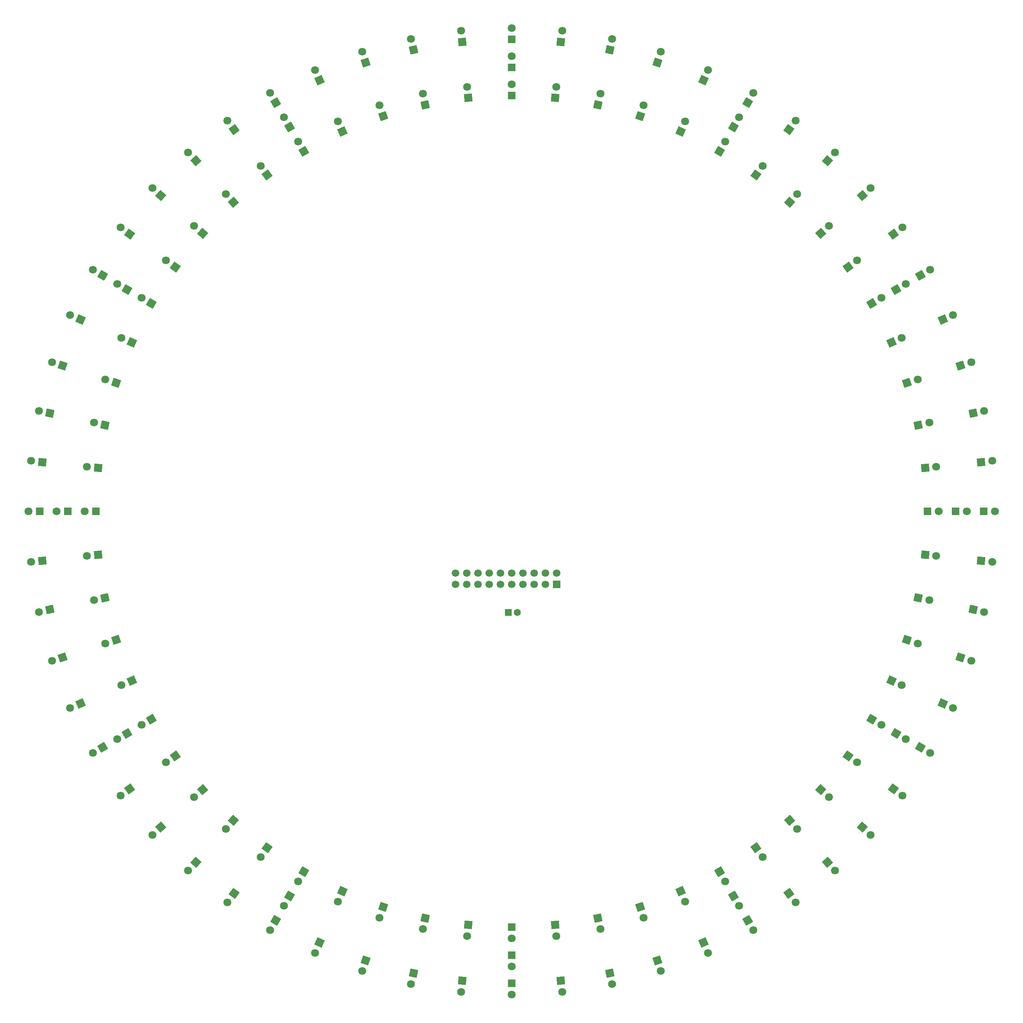
<source format=gbr>
%TF.GenerationSoftware,KiCad,Pcbnew,9.0.7-9.0.7~ubuntu24.04.1*%
%TF.CreationDate,2026-01-21T08:03:13-05:00*%
%TF.ProjectId,LED_clock,4c45445f-636c-46f6-936b-2e6b69636164,rev?*%
%TF.SameCoordinates,Original*%
%TF.FileFunction,Copper,L2,Inr*%
%TF.FilePolarity,Positive*%
%FSLAX46Y46*%
G04 Gerber Fmt 4.6, Leading zero omitted, Abs format (unit mm)*
G04 Created by KiCad (PCBNEW 9.0.7-9.0.7~ubuntu24.04.1) date 2026-01-21 08:03:13*
%MOMM*%
%LPD*%
G01*
G04 APERTURE LIST*
G04 Aperture macros list*
%AMRoundRect*
0 Rectangle with rounded corners*
0 $1 Rounding radius*
0 $2 $3 $4 $5 $6 $7 $8 $9 X,Y pos of 4 corners*
0 Add a 4 corners polygon primitive as box body*
4,1,4,$2,$3,$4,$5,$6,$7,$8,$9,$2,$3,0*
0 Add four circle primitives for the rounded corners*
1,1,$1+$1,$2,$3*
1,1,$1+$1,$4,$5*
1,1,$1+$1,$6,$7*
1,1,$1+$1,$8,$9*
0 Add four rect primitives between the rounded corners*
20,1,$1+$1,$2,$3,$4,$5,0*
20,1,$1+$1,$4,$5,$6,$7,0*
20,1,$1+$1,$6,$7,$8,$9,0*
20,1,$1+$1,$8,$9,$2,$3,0*%
%AMRotRect*
0 Rectangle, with rotation*
0 The origin of the aperture is its center*
0 $1 length*
0 $2 width*
0 $3 Rotation angle, in degrees counterclockwise*
0 Add horizontal line*
21,1,$1,$2,0,0,$3*%
G04 Aperture macros list end*
%TA.AperFunction,ComponentPad*%
%ADD10RotRect,1.800000X1.800000X258.000000*%
%TD*%
%TA.AperFunction,ComponentPad*%
%ADD11C,1.800000*%
%TD*%
%TA.AperFunction,ComponentPad*%
%ADD12RotRect,1.800000X1.800000X150.000000*%
%TD*%
%TA.AperFunction,ComponentPad*%
%ADD13RotRect,1.800000X1.800000X294.000000*%
%TD*%
%TA.AperFunction,ComponentPad*%
%ADD14R,1.700000X1.700000*%
%TD*%
%TA.AperFunction,ComponentPad*%
%ADD15C,1.700000*%
%TD*%
%TA.AperFunction,ComponentPad*%
%ADD16RotRect,1.800000X1.800000X324.000000*%
%TD*%
%TA.AperFunction,ComponentPad*%
%ADD17RotRect,1.800000X1.800000X54.000000*%
%TD*%
%TA.AperFunction,ComponentPad*%
%ADD18RotRect,1.800000X1.800000X42.000000*%
%TD*%
%TA.AperFunction,ComponentPad*%
%ADD19RotRect,1.800000X1.800000X78.000000*%
%TD*%
%TA.AperFunction,ComponentPad*%
%ADD20RotRect,1.800000X1.800000X144.000000*%
%TD*%
%TA.AperFunction,ComponentPad*%
%ADD21RotRect,1.800000X1.800000X204.000000*%
%TD*%
%TA.AperFunction,ComponentPad*%
%ADD22RotRect,1.800000X1.800000X30.000000*%
%TD*%
%TA.AperFunction,ComponentPad*%
%ADD23RotRect,1.800000X1.800000X84.000000*%
%TD*%
%TA.AperFunction,ComponentPad*%
%ADD24RotRect,1.800000X1.800000X72.000000*%
%TD*%
%TA.AperFunction,ComponentPad*%
%ADD25RotRect,1.800000X1.800000X318.000000*%
%TD*%
%TA.AperFunction,ComponentPad*%
%ADD26RotRect,1.800000X1.800000X60.000000*%
%TD*%
%TA.AperFunction,ComponentPad*%
%ADD27RotRect,1.800000X1.800000X234.000000*%
%TD*%
%TA.AperFunction,ComponentPad*%
%ADD28RotRect,1.800000X1.800000X108.000000*%
%TD*%
%TA.AperFunction,ComponentPad*%
%ADD29RotRect,1.800000X1.800000X312.000000*%
%TD*%
%TA.AperFunction,ComponentPad*%
%ADD30RotRect,1.800000X1.800000X240.000000*%
%TD*%
%TA.AperFunction,ComponentPad*%
%ADD31R,1.800000X1.800000*%
%TD*%
%TA.AperFunction,ComponentPad*%
%ADD32RotRect,1.800000X1.800000X228.000000*%
%TD*%
%TA.AperFunction,ComponentPad*%
%ADD33RotRect,1.800000X1.800000X252.000000*%
%TD*%
%TA.AperFunction,ComponentPad*%
%ADD34RotRect,1.800000X1.800000X24.000000*%
%TD*%
%TA.AperFunction,ComponentPad*%
%ADD35RotRect,1.800000X1.800000X222.000000*%
%TD*%
%TA.AperFunction,ComponentPad*%
%ADD36RotRect,1.800000X1.800000X132.000000*%
%TD*%
%TA.AperFunction,ComponentPad*%
%ADD37RotRect,1.800000X1.800000X210.000000*%
%TD*%
%TA.AperFunction,ComponentPad*%
%ADD38RotRect,1.800000X1.800000X102.000000*%
%TD*%
%TA.AperFunction,ComponentPad*%
%ADD39RotRect,1.800000X1.800000X138.000000*%
%TD*%
%TA.AperFunction,ComponentPad*%
%ADD40RotRect,1.800000X1.800000X192.000000*%
%TD*%
%TA.AperFunction,ComponentPad*%
%ADD41RotRect,1.800000X1.800000X276.000000*%
%TD*%
%TA.AperFunction,ComponentPad*%
%ADD42RotRect,1.800000X1.800000X48.000000*%
%TD*%
%TA.AperFunction,ComponentPad*%
%ADD43RotRect,1.800000X1.800000X348.000000*%
%TD*%
%TA.AperFunction,ComponentPad*%
%ADD44RotRect,1.800000X1.800000X66.000000*%
%TD*%
%TA.AperFunction,ComponentPad*%
%ADD45RotRect,1.800000X1.800000X288.000000*%
%TD*%
%TA.AperFunction,ComponentPad*%
%ADD46RotRect,1.800000X1.800000X156.000000*%
%TD*%
%TA.AperFunction,ComponentPad*%
%ADD47RotRect,1.800000X1.800000X96.000000*%
%TD*%
%TA.AperFunction,ComponentPad*%
%ADD48RotRect,1.800000X1.800000X246.000000*%
%TD*%
%TA.AperFunction,ComponentPad*%
%ADD49RotRect,1.800000X1.800000X300.000000*%
%TD*%
%TA.AperFunction,ComponentPad*%
%ADD50RotRect,1.800000X1.800000X336.000000*%
%TD*%
%TA.AperFunction,ComponentPad*%
%ADD51RotRect,1.800000X1.800000X330.000000*%
%TD*%
%TA.AperFunction,ComponentPad*%
%ADD52RotRect,1.800000X1.800000X198.000000*%
%TD*%
%TA.AperFunction,ComponentPad*%
%ADD53RotRect,1.800000X1.800000X342.000000*%
%TD*%
%TA.AperFunction,ComponentPad*%
%ADD54RotRect,1.800000X1.800000X264.000000*%
%TD*%
%TA.AperFunction,ComponentPad*%
%ADD55RotRect,1.800000X1.800000X120.000000*%
%TD*%
%TA.AperFunction,ComponentPad*%
%ADD56RotRect,1.800000X1.800000X174.000000*%
%TD*%
%TA.AperFunction,ComponentPad*%
%ADD57RotRect,1.800000X1.800000X36.000000*%
%TD*%
%TA.AperFunction,ComponentPad*%
%ADD58RotRect,1.800000X1.800000X126.000000*%
%TD*%
%TA.AperFunction,ComponentPad*%
%ADD59RotRect,1.800000X1.800000X6.000000*%
%TD*%
%TA.AperFunction,ComponentPad*%
%ADD60RotRect,1.800000X1.800000X168.000000*%
%TD*%
%TA.AperFunction,ComponentPad*%
%ADD61RotRect,1.800000X1.800000X12.000000*%
%TD*%
%TA.AperFunction,ComponentPad*%
%ADD62RotRect,1.800000X1.800000X282.000000*%
%TD*%
%TA.AperFunction,ComponentPad*%
%ADD63RotRect,1.800000X1.800000X354.000000*%
%TD*%
%TA.AperFunction,ComponentPad*%
%ADD64RotRect,1.800000X1.800000X216.000000*%
%TD*%
%TA.AperFunction,ComponentPad*%
%ADD65RotRect,1.800000X1.800000X186.000000*%
%TD*%
%TA.AperFunction,ComponentPad*%
%ADD66RotRect,1.800000X1.800000X114.000000*%
%TD*%
%TA.AperFunction,ComponentPad*%
%ADD67RotRect,1.800000X1.800000X162.000000*%
%TD*%
%TA.AperFunction,ComponentPad*%
%ADD68RotRect,1.800000X1.800000X18.000000*%
%TD*%
%TA.AperFunction,ComponentPad*%
%ADD69RotRect,1.800000X1.800000X306.000000*%
%TD*%
%TA.AperFunction,ComponentPad*%
%ADD70RoundRect,0.250000X-0.550000X-0.550000X0.550000X-0.550000X0.550000X0.550000X-0.550000X0.550000X0*%
%TD*%
%TA.AperFunction,ComponentPad*%
%ADD71C,1.600000*%
%TD*%
G04 APERTURE END LIST*
D10*
%TO.N,/R5_Y3*%
%TO.C,D41*%
X234460459Y-269726312D03*
D11*
%TO.N,/R5_X4*%
X233932363Y-272210807D03*
%TD*%
D12*
%TO.N,/R5_Y1*%
%TO.C,D23*%
X172610933Y-130810000D03*
D11*
%TO.N,/R5_X2*%
X170411228Y-129540000D03*
%TD*%
D13*
%TO.N,/R5_Y4*%
%TO.C,D47*%
X292225110Y-263655002D03*
D11*
%TO.N,/R5_X2*%
X293258221Y-265975407D03*
%TD*%
D14*
%TO.N,VCC*%
%TO.C,J1*%
X264160000Y-194310000D03*
D15*
X264160000Y-191770000D03*
X261620000Y-194310000D03*
%TO.N,GND*%
X261620000Y-191770000D03*
X259080000Y-194310000D03*
%TO.N,Net-(J1-Pin_6)*%
X259080000Y-191770000D03*
%TO.N,Net-(J1-Pin_7)*%
X256540000Y-194310000D03*
%TO.N,Net-(J1-Pin_8)*%
X256540000Y-191770000D03*
%TO.N,Net-(J1-Pin_9)*%
X254000000Y-194310000D03*
%TO.N,GND*%
X254000000Y-191770000D03*
X251460000Y-194310000D03*
%TO.N,Net-(J1-Pin_12)*%
X251460000Y-191770000D03*
%TO.N,Net-(J1-Pin_13)*%
X248920000Y-194310000D03*
%TO.N,Net-(J1-Pin_14)*%
X248920000Y-191770000D03*
%TO.N,Net-(J1-Pin_15)*%
X246380000Y-194310000D03*
%TO.N,Net-(J1-Pin_16)*%
X246380000Y-191770000D03*
%TO.N,/~{WR}*%
X243840000Y-194310000D03*
%TO.N,/A2*%
X243840000Y-191770000D03*
%TO.N,/A1*%
X241300000Y-194310000D03*
%TO.N,/A0*%
X241300000Y-191770000D03*
%TD*%
D16*
%TO.N,/R5_Y4*%
%TO.C,D52*%
X330031417Y-233040058D03*
D11*
%TO.N,/R5_X7*%
X332086320Y-234533033D03*
%TD*%
D17*
%TO.N,/R5_Y6*%
%TO.C,D67*%
X309240058Y-101768583D03*
D11*
%TO.N,/R5_X6*%
X310733033Y-99713680D03*
%TD*%
D18*
%TO.N,/R7_Y6*%
%TO.C,D365*%
X333278690Y-106417147D03*
D11*
%TO.N,/R7_X4*%
X335166278Y-104717555D03*
%TD*%
D19*
%TO.N,/R5_Y7*%
%TO.C,D71*%
X273539541Y-85873688D03*
D11*
%TO.N,/R5_X2*%
X274067637Y-83389193D03*
%TD*%
D20*
%TO.N,/R7_Y1*%
%TO.C,D322*%
X167694067Y-115095069D03*
D11*
%TO.N,/R7_X1*%
X165639164Y-113602094D03*
%TD*%
D21*
%TO.N,/R7_Y2*%
%TO.C,D332*%
X156542971Y-221190665D03*
D11*
%TO.N,/R7_X3*%
X154222566Y-222223776D03*
%TD*%
D22*
%TO.N,/R5_Y6*%
%TO.C,D63*%
X335389067Y-130810000D03*
D11*
%TO.N,/R5_X2*%
X337588772Y-129540000D03*
%TD*%
D23*
%TO.N,/R5_Y7*%
%TO.C,D72*%
X263823585Y-84334832D03*
D11*
%TO.N,/R5_X3*%
X264089087Y-81808746D03*
%TD*%
D24*
%TO.N,/R5_Y7*%
%TO.C,D70*%
X283041417Y-88419709D03*
D11*
%TO.N,/R5_X1*%
X283826320Y-86004025D03*
%TD*%
D25*
%TO.N,/R5_Y4*%
%TO.C,D51*%
X323840751Y-240684894D03*
D11*
%TO.N,/R5_X6*%
X325728339Y-242384486D03*
%TD*%
D26*
%TO.N,/R5_Y6*%
%TO.C,D68*%
X300990000Y-96410933D03*
D11*
%TO.N,/R5_X7*%
X302260000Y-94211228D03*
%TD*%
D27*
%TO.N,/R7_Y3*%
%TO.C,D337*%
X191295069Y-264105933D03*
D11*
%TO.N,/R7_X0*%
X189802094Y-266160836D03*
%TD*%
D28*
%TO.N,/R5_Y0*%
%TO.C,D16*%
X224958583Y-88419709D03*
D11*
%TO.N,/R5_X3*%
X224173680Y-86004025D03*
%TD*%
D29*
%TO.N,/R7_Y4*%
%TO.C,D350*%
X325382853Y-257078690D03*
D11*
%TO.N,/R7_X5*%
X327082445Y-258966278D03*
%TD*%
D30*
%TO.N,/R5_Y3*%
%TO.C,D38*%
X207010000Y-259189067D03*
D11*
%TO.N,/R5_X1*%
X205740000Y-261388772D03*
%TD*%
D31*
%TO.N,/R5_X6*%
%TO.C,D7*%
X254000000Y-278125000D03*
D11*
%TO.N,/R5_Y6*%
X254000000Y-280665000D03*
%TD*%
D31*
%TO.N,/R7_Y5*%
%TO.C,D358*%
X360680000Y-177800000D03*
D11*
%TO.N,/R7_X5*%
X363220000Y-177800000D03*
%TD*%
D32*
%TO.N,/R5_Y2*%
%TO.C,D36*%
X191115106Y-247640751D03*
D11*
%TO.N,/R5_X7*%
X189415514Y-249528339D03*
%TD*%
D33*
%TO.N,/R5_Y3*%
%TO.C,D40*%
X224958583Y-267180291D03*
D11*
%TO.N,/R5_X3*%
X224173680Y-269595975D03*
%TD*%
D26*
%TO.N,/R7_Y6*%
%TO.C,D368*%
X307340000Y-85412410D03*
D11*
%TO.N,/R7_X7*%
X308610000Y-83212705D03*
%TD*%
D34*
%TO.N,/R5_Y6*%
%TO.C,D62*%
X339855002Y-139574890D03*
D11*
%TO.N,/R5_X1*%
X342175407Y-138541779D03*
%TD*%
D24*
%TO.N,/R7_Y7*%
%TO.C,D370*%
X286965933Y-76341291D03*
D11*
%TO.N,/R7_X1*%
X287750836Y-73925607D03*
%TD*%
D35*
%TO.N,/R7_Y2*%
%TO.C,D335*%
X174721310Y-249182853D03*
D11*
%TO.N,/R7_X6*%
X172833722Y-250882445D03*
%TD*%
D36*
%TO.N,/R5_Y0*%
%TO.C,D20*%
X191115106Y-107959249D03*
D11*
%TO.N,/R5_X7*%
X189415514Y-106071661D03*
%TD*%
D37*
%TO.N,/R5_X4*%
%TO.C,D5*%
X167116001Y-227962500D03*
D11*
%TO.N,/R5_Y6*%
X164916296Y-229232500D03*
%TD*%
D12*
%TO.N,/R7_Y1*%
%TO.C,D323*%
X161612410Y-124460000D03*
D11*
%TO.N,/R7_X2*%
X159412705Y-123190000D03*
%TD*%
D38*
%TO.N,/R5_Y0*%
%TO.C,D15*%
X234460459Y-85873688D03*
D11*
%TO.N,/R5_X2*%
X233932363Y-83389193D03*
%TD*%
D34*
%TO.N,/R7_Y6*%
%TO.C,D362*%
X351457029Y-134409335D03*
D11*
%TO.N,/R7_X1*%
X353777434Y-133376224D03*
%TD*%
D39*
%TO.N,/R5_Y1*%
%TO.C,D21*%
X184159249Y-114915106D03*
D11*
%TO.N,/R5_X0*%
X182271661Y-113215514D03*
%TD*%
D40*
%TO.N,/R5_Y2*%
%TO.C,D30*%
X162073688Y-197339541D03*
D11*
%TO.N,/R5_X1*%
X159589193Y-197867637D03*
%TD*%
D41*
%TO.N,/R5_Y3*%
%TO.C,D44*%
X263823585Y-271265168D03*
D11*
%TO.N,/R5_X7*%
X264089087Y-273791254D03*
%TD*%
D42*
%TO.N,/R7_Y6*%
%TO.C,D366*%
X325382853Y-98521310D03*
D11*
%TO.N,/R7_X5*%
X327082445Y-96633722D03*
%TD*%
D43*
%TO.N,/R5_Y5*%
%TO.C,D56*%
X345926312Y-197339541D03*
D11*
%TO.N,/R5_X3*%
X348410807Y-197867637D03*
%TD*%
D44*
%TO.N,/R5_Y7*%
%TO.C,D69*%
X292225110Y-91944998D03*
D11*
%TO.N,/R5_X0*%
X293258221Y-89624593D03*
%TD*%
D45*
%TO.N,/R5_Y4*%
%TO.C,D46*%
X283041417Y-267180291D03*
D11*
%TO.N,/R5_X1*%
X283826320Y-269595975D03*
%TD*%
D46*
%TO.N,/R7_Y1*%
%TO.C,D324*%
X156542971Y-134409335D03*
D11*
%TO.N,/R7_X3*%
X154222566Y-133376224D03*
%TD*%
D47*
%TO.N,/R7_Y0*%
%TO.C,D314*%
X242848904Y-71704404D03*
D11*
%TO.N,/R7_X1*%
X242583402Y-69178318D03*
%TD*%
D32*
%TO.N,/R7_Y2*%
%TO.C,D336*%
X182617147Y-257078690D03*
D11*
%TO.N,/R7_X7*%
X180917555Y-258966278D03*
%TD*%
D48*
%TO.N,/R5_Y3*%
%TO.C,D39*%
X215774890Y-263655002D03*
D11*
%TO.N,/R5_X2*%
X214741779Y-265975407D03*
%TD*%
D49*
%TO.N,/R5_Y4*%
%TO.C,D48*%
X300990000Y-259189067D03*
D11*
%TO.N,/R5_X3*%
X302260000Y-261388772D03*
%TD*%
D50*
%TO.N,/R5_Y5*%
%TO.C,D54*%
X339855002Y-216025110D03*
D11*
%TO.N,/R5_X1*%
X342175407Y-217058221D03*
%TD*%
D33*
%TO.N,/R7_Y3*%
%TO.C,D340*%
X221034067Y-279258709D03*
D11*
%TO.N,/R7_X3*%
X220249164Y-281674393D03*
%TD*%
D51*
%TO.N,/R4_X4*%
%TO.C,D9*%
X340883999Y-227962500D03*
D11*
%TO.N,/R4_Y6*%
X343083704Y-229232500D03*
%TD*%
D31*
%TO.N,/R5_Y5*%
%TO.C,D58*%
X347980000Y-177800000D03*
D11*
%TO.N,/R5_X5*%
X350520000Y-177800000D03*
%TD*%
D28*
%TO.N,/R7_Y0*%
%TO.C,D316*%
X221034067Y-76341291D03*
D11*
%TO.N,/R7_X3*%
X220249164Y-73925607D03*
%TD*%
D31*
%TO.N,/R7_Y1*%
%TO.C,D328*%
X147320000Y-177800000D03*
D11*
%TO.N,/R7_X7*%
X144780000Y-177800000D03*
%TD*%
D48*
%TO.N,/R7_Y3*%
%TO.C,D339*%
X210609335Y-275257029D03*
D11*
%TO.N,/R7_X2*%
X209576224Y-277577434D03*
%TD*%
D52*
%TO.N,/R5_Y2*%
%TO.C,D31*%
X164619709Y-206841417D03*
D11*
%TO.N,/R5_X2*%
X162204025Y-207626320D03*
%TD*%
D30*
%TO.N,/R7_Y3*%
%TO.C,D338*%
X200660000Y-270187590D03*
D11*
%TO.N,/R7_X1*%
X199390000Y-272387295D03*
%TD*%
D53*
%TO.N,/R5_Y5*%
%TO.C,D55*%
X343380291Y-206841417D03*
D11*
%TO.N,/R5_X2*%
X345795975Y-207626320D03*
%TD*%
D54*
%TO.N,/R5_Y3*%
%TO.C,D42*%
X244176415Y-271265168D03*
D11*
%TO.N,/R5_X5*%
X243910913Y-273791254D03*
%TD*%
D55*
%TO.N,/R7_Y0*%
%TO.C,D318*%
X200660000Y-85412410D03*
D11*
%TO.N,/R7_X5*%
X199390000Y-83212705D03*
%TD*%
D56*
%TO.N,/R5_Y1*%
%TO.C,D27*%
X160534832Y-167976415D03*
D11*
%TO.N,/R5_X6*%
X158008746Y-167710913D03*
%TD*%
D44*
%TO.N,/R7_Y7*%
%TO.C,D369*%
X297390665Y-80342971D03*
D11*
%TO.N,/R7_X0*%
X298423776Y-78022566D03*
%TD*%
D49*
%TO.N,/R7_Y4*%
%TO.C,D348*%
X307340000Y-270187590D03*
D11*
%TO.N,/R7_X3*%
X308610000Y-272387295D03*
%TD*%
D57*
%TO.N,/R7_Y6*%
%TO.C,D364*%
X340305933Y-115095069D03*
D11*
%TO.N,/R7_X3*%
X342360836Y-113602094D03*
%TD*%
D19*
%TO.N,/R7_Y7*%
%TO.C,D371*%
X276180019Y-73451214D03*
D11*
%TO.N,/R7_X2*%
X276708115Y-70966719D03*
%TD*%
D58*
%TO.N,/R5_Y0*%
%TO.C,D19*%
X198759942Y-101768583D03*
D11*
%TO.N,/R5_X6*%
X197266967Y-99713680D03*
%TD*%
D59*
%TO.N,/R7_Y5*%
%TO.C,D359*%
X360095596Y-166648904D03*
D11*
%TO.N,/R7_X6*%
X362621682Y-166383402D03*
%TD*%
D59*
%TO.N,/R5_Y5*%
%TO.C,D59*%
X347465168Y-167976415D03*
D11*
%TO.N,/R5_X6*%
X349991254Y-167710913D03*
%TD*%
D57*
%TO.N,/R5_Y6*%
%TO.C,D64*%
X330031417Y-122559942D03*
D11*
%TO.N,/R5_X3*%
X332086320Y-121066967D03*
%TD*%
D31*
%TO.N,/R5_Y0*%
%TO.C,D13*%
X254000000Y-83820000D03*
D11*
%TO.N,/R5_X0*%
X254000000Y-81280000D03*
%TD*%
D52*
%TO.N,/R7_Y2*%
%TO.C,D331*%
X152541291Y-210765933D03*
D11*
%TO.N,/R7_X2*%
X150125607Y-211550836D03*
%TD*%
D39*
%TO.N,/R7_Y1*%
%TO.C,D321*%
X174721310Y-106417147D03*
D11*
%TO.N,/R7_X0*%
X172833722Y-104717555D03*
%TD*%
D27*
%TO.N,/R5_Y3*%
%TO.C,D37*%
X198759942Y-253831417D03*
D11*
%TO.N,/R5_X0*%
X197266967Y-255886320D03*
%TD*%
D21*
%TO.N,/R5_Y2*%
%TO.C,D32*%
X168144998Y-216025110D03*
D11*
%TO.N,/R5_X3*%
X165824593Y-217058221D03*
%TD*%
D60*
%TO.N,/R5_Y1*%
%TO.C,D26*%
X162073688Y-158260459D03*
D11*
%TO.N,/R5_X5*%
X159589193Y-157732363D03*
%TD*%
D20*
%TO.N,/R5_Y1*%
%TO.C,D22*%
X177968583Y-122559942D03*
D11*
%TO.N,/R5_X1*%
X175913680Y-121066967D03*
%TD*%
D61*
%TO.N,/R7_Y5*%
%TO.C,D360*%
X358348786Y-155619981D03*
D11*
%TO.N,/R7_X7*%
X360833281Y-155091885D03*
%TD*%
D62*
%TO.N,/R5_Y4*%
%TO.C,D45*%
X273539541Y-269726312D03*
D11*
%TO.N,/R5_X0*%
X274067637Y-272210807D03*
%TD*%
D31*
%TO.N,/R7_X7*%
%TO.C,D4*%
X153675000Y-177800000D03*
D11*
%TO.N,/R7_Y6*%
X151135000Y-177800000D03*
%TD*%
D46*
%TO.N,/R5_Y1*%
%TO.C,D24*%
X168144998Y-139574890D03*
D11*
%TO.N,/R5_X3*%
X165824593Y-138541779D03*
%TD*%
D23*
%TO.N,/R7_Y7*%
%TO.C,D372*%
X265151096Y-71704404D03*
D11*
%TO.N,/R7_X3*%
X265416598Y-69178318D03*
%TD*%
D62*
%TO.N,/R7_Y4*%
%TO.C,D345*%
X276180019Y-282148786D03*
D11*
%TO.N,/R7_X0*%
X276708115Y-284633281D03*
%TD*%
D63*
%TO.N,/R5_Y5*%
%TO.C,D57*%
X347465168Y-187623585D03*
D11*
%TO.N,/R5_X4*%
X349991254Y-187889087D03*
%TD*%
D64*
%TO.N,/R7_Y2*%
%TO.C,D334*%
X167694067Y-240504931D03*
D11*
%TO.N,/R7_X5*%
X165639164Y-241997906D03*
%TD*%
D31*
%TO.N,/R4_X5*%
%TO.C,D10*%
X354325000Y-177800000D03*
D11*
%TO.N,/R4_Y6*%
X356865000Y-177800000D03*
%TD*%
D49*
%TO.N,/R5_X7*%
%TO.C,D8*%
X304162500Y-264683999D03*
D11*
%TO.N,/R5_Y6*%
X305432500Y-266883704D03*
%TD*%
D65*
%TO.N,/R7_Y2*%
%TO.C,D329*%
X147904404Y-188951096D03*
D11*
%TO.N,/R7_X0*%
X145378318Y-189216598D03*
%TD*%
D26*
%TO.N,/R4_X7*%
%TO.C,D12*%
X304162500Y-90916001D03*
D11*
%TO.N,/R4_Y6*%
X305432500Y-88716296D03*
%TD*%
D54*
%TO.N,/R7_Y3*%
%TO.C,D342*%
X242848904Y-283895596D03*
D11*
%TO.N,/R7_X5*%
X242583402Y-286421682D03*
%TD*%
D58*
%TO.N,/R7_Y0*%
%TO.C,D319*%
X191295069Y-91494067D03*
D11*
%TO.N,/R7_X6*%
X189802094Y-89439164D03*
%TD*%
D66*
%TO.N,/R7_Y0*%
%TO.C,D317*%
X210609335Y-80342971D03*
D11*
%TO.N,/R7_X4*%
X209576224Y-78022566D03*
%TD*%
D30*
%TO.N,/R5_X5*%
%TO.C,D6*%
X203837500Y-264683999D03*
D11*
%TO.N,/R5_Y6*%
X202567500Y-266883704D03*
%TD*%
D67*
%TO.N,/R7_Y1*%
%TO.C,D325*%
X152541291Y-144834067D03*
D11*
%TO.N,/R7_X4*%
X150125607Y-144049164D03*
%TD*%
D68*
%TO.N,/R7_Y6*%
%TO.C,D361*%
X355458709Y-144834067D03*
D11*
%TO.N,/R7_X0*%
X357874393Y-144049164D03*
%TD*%
D61*
%TO.N,/R5_Y5*%
%TO.C,D60*%
X345926312Y-158260459D03*
D11*
%TO.N,/R5_X7*%
X348410807Y-157732363D03*
%TD*%
D31*
%TO.N,/R7_Y0*%
%TO.C,D313*%
X254000000Y-71120000D03*
D11*
%TO.N,/R7_X0*%
X254000000Y-68580000D03*
%TD*%
D69*
%TO.N,/R7_Y4*%
%TO.C,D349*%
X316704931Y-264105933D03*
D11*
%TO.N,/R7_X4*%
X318197906Y-266160836D03*
%TD*%
D67*
%TO.N,/R5_Y1*%
%TO.C,D25*%
X164619709Y-148758583D03*
D11*
%TO.N,/R5_X4*%
X162204025Y-147973680D03*
%TD*%
D56*
%TO.N,/R7_Y1*%
%TO.C,D327*%
X147904404Y-166648904D03*
D11*
%TO.N,/R7_X6*%
X145378318Y-166383402D03*
%TD*%
D47*
%TO.N,/R5_Y0*%
%TO.C,D14*%
X244176415Y-84334832D03*
D11*
%TO.N,/R5_X1*%
X243910913Y-81808746D03*
%TD*%
D37*
%TO.N,/R7_Y2*%
%TO.C,D333*%
X161612410Y-231140000D03*
D11*
%TO.N,/R7_X4*%
X159412705Y-232410000D03*
%TD*%
D13*
%TO.N,/R7_Y4*%
%TO.C,D347*%
X297390665Y-275257029D03*
D11*
%TO.N,/R7_X2*%
X298423776Y-277577434D03*
%TD*%
D68*
%TO.N,/R5_Y6*%
%TO.C,D61*%
X343380291Y-148758583D03*
D11*
%TO.N,/R5_X0*%
X345795975Y-147973680D03*
%TD*%
D31*
%TO.N,/R7_X4*%
%TO.C,D1*%
X254000000Y-77475000D03*
D11*
%TO.N,/R7_Y6*%
X254000000Y-74935000D03*
%TD*%
D60*
%TO.N,/R7_Y1*%
%TO.C,D326*%
X149651214Y-155619981D03*
D11*
%TO.N,/R7_X5*%
X147166719Y-155091885D03*
%TD*%
D55*
%TO.N,/R5_Y0*%
%TO.C,D18*%
X207010000Y-96410933D03*
D11*
%TO.N,/R5_X5*%
X205740000Y-94211228D03*
%TD*%
D10*
%TO.N,/R7_Y3*%
%TO.C,D341*%
X231819981Y-282148786D03*
D11*
%TO.N,/R7_X4*%
X231291885Y-284633281D03*
%TD*%
D22*
%TO.N,/R7_Y6*%
%TO.C,D363*%
X346387590Y-124460000D03*
D11*
%TO.N,/R7_X2*%
X348587295Y-123190000D03*
%TD*%
D35*
%TO.N,/R5_Y2*%
%TO.C,D35*%
X184159249Y-240684894D03*
D11*
%TO.N,/R5_X6*%
X182271661Y-242384486D03*
%TD*%
D36*
%TO.N,/R7_Y0*%
%TO.C,D320*%
X182617147Y-98521310D03*
D11*
%TO.N,/R7_X7*%
X180917555Y-96633722D03*
%TD*%
D16*
%TO.N,/R7_Y4*%
%TO.C,D352*%
X340305933Y-240504931D03*
D11*
%TO.N,/R7_X7*%
X342360836Y-241997906D03*
%TD*%
D69*
%TO.N,/R5_Y4*%
%TO.C,D49*%
X309240058Y-253831417D03*
D11*
%TO.N,/R5_X4*%
X310733033Y-255886320D03*
%TD*%
D31*
%TO.N,/R5_Y3*%
%TO.C,D43*%
X254000000Y-271780000D03*
D11*
%TO.N,/R5_X6*%
X254000000Y-274320000D03*
%TD*%
D22*
%TO.N,/R4_X6*%
%TO.C,D11*%
X340883999Y-127637500D03*
D11*
%TO.N,/R4_Y6*%
X343083704Y-126367500D03*
%TD*%
D43*
%TO.N,/R7_Y5*%
%TO.C,D356*%
X358348786Y-199980019D03*
D11*
%TO.N,/R7_X3*%
X360833281Y-200508115D03*
%TD*%
D17*
%TO.N,/R7_Y6*%
%TO.C,D367*%
X316704931Y-91494067D03*
D11*
%TO.N,/R7_X6*%
X318197906Y-89439164D03*
%TD*%
D45*
%TO.N,/R7_Y4*%
%TO.C,D346*%
X286965933Y-279258709D03*
D11*
%TO.N,/R7_X1*%
X287750836Y-281674393D03*
%TD*%
D70*
%TO.N,VCC*%
%TO.C,C10*%
X253270000Y-200660000D03*
D71*
%TO.N,GND*%
X255270000Y-200660000D03*
%TD*%
D31*
%TO.N,/R7_Y3*%
%TO.C,D343*%
X254000000Y-284480000D03*
D11*
%TO.N,/R7_X6*%
X254000000Y-287020000D03*
%TD*%
D64*
%TO.N,/R5_Y2*%
%TO.C,D34*%
X177968583Y-233040058D03*
D11*
%TO.N,/R5_X5*%
X175913680Y-234533033D03*
%TD*%
D53*
%TO.N,/R7_Y5*%
%TO.C,D355*%
X355458709Y-210765933D03*
D11*
%TO.N,/R7_X2*%
X357874393Y-211550836D03*
%TD*%
D51*
%TO.N,/R5_Y5*%
%TO.C,D53*%
X335389067Y-224790000D03*
D11*
%TO.N,/R5_X0*%
X337588772Y-226060000D03*
%TD*%
D40*
%TO.N,/R7_Y2*%
%TO.C,D330*%
X149651214Y-199980019D03*
D11*
%TO.N,/R7_X1*%
X147166719Y-200508115D03*
%TD*%
D31*
%TO.N,/R5_Y1*%
%TO.C,D28*%
X160020000Y-177800000D03*
D11*
%TO.N,/R5_X7*%
X157480000Y-177800000D03*
%TD*%
D38*
%TO.N,/R7_Y0*%
%TO.C,D315*%
X231819981Y-73451214D03*
D11*
%TO.N,/R7_X2*%
X231291885Y-70966719D03*
%TD*%
D25*
%TO.N,/R7_Y4*%
%TO.C,D351*%
X333278690Y-249182853D03*
D11*
%TO.N,/R7_X6*%
X335166278Y-250882445D03*
%TD*%
D12*
%TO.N,/R7_X6*%
%TO.C,D3*%
X167116001Y-127637500D03*
D11*
%TO.N,/R7_Y6*%
X164916296Y-126367500D03*
%TD*%
D66*
%TO.N,/R5_Y0*%
%TO.C,D17*%
X215774890Y-91944998D03*
D11*
%TO.N,/R5_X4*%
X214741779Y-89624593D03*
%TD*%
D41*
%TO.N,/R7_Y3*%
%TO.C,D344*%
X265151096Y-283895596D03*
D11*
%TO.N,/R7_X7*%
X265416598Y-286421682D03*
%TD*%
D50*
%TO.N,/R7_Y5*%
%TO.C,D354*%
X351457029Y-221190665D03*
D11*
%TO.N,/R7_X1*%
X353777434Y-222223776D03*
%TD*%
D37*
%TO.N,/R5_Y2*%
%TO.C,D33*%
X172610933Y-224790000D03*
D11*
%TO.N,/R5_X4*%
X170411228Y-226060000D03*
%TD*%
D18*
%TO.N,/R5_Y6*%
%TO.C,D65*%
X323840751Y-114915106D03*
D11*
%TO.N,/R5_X4*%
X325728339Y-113215514D03*
%TD*%
D51*
%TO.N,/R7_Y5*%
%TO.C,D353*%
X346387590Y-231140000D03*
D11*
%TO.N,/R7_X0*%
X348587295Y-232410000D03*
%TD*%
D55*
%TO.N,/R7_X5*%
%TO.C,D2*%
X203837500Y-90916001D03*
D11*
%TO.N,/R7_Y6*%
X202567500Y-88716296D03*
%TD*%
D65*
%TO.N,/R5_Y2*%
%TO.C,D29*%
X160534832Y-187623585D03*
D11*
%TO.N,/R5_X0*%
X158008746Y-187889087D03*
%TD*%
D63*
%TO.N,/R7_Y5*%
%TO.C,D357*%
X360095596Y-188951096D03*
D11*
%TO.N,/R7_X4*%
X362621682Y-189216598D03*
%TD*%
D42*
%TO.N,/R5_Y6*%
%TO.C,D66*%
X316884894Y-107959249D03*
D11*
%TO.N,/R5_X5*%
X318584486Y-106071661D03*
%TD*%
D29*
%TO.N,/R5_Y4*%
%TO.C,D50*%
X316884894Y-247640751D03*
D11*
%TO.N,/R5_X5*%
X318584486Y-249528339D03*
%TD*%
M02*

</source>
